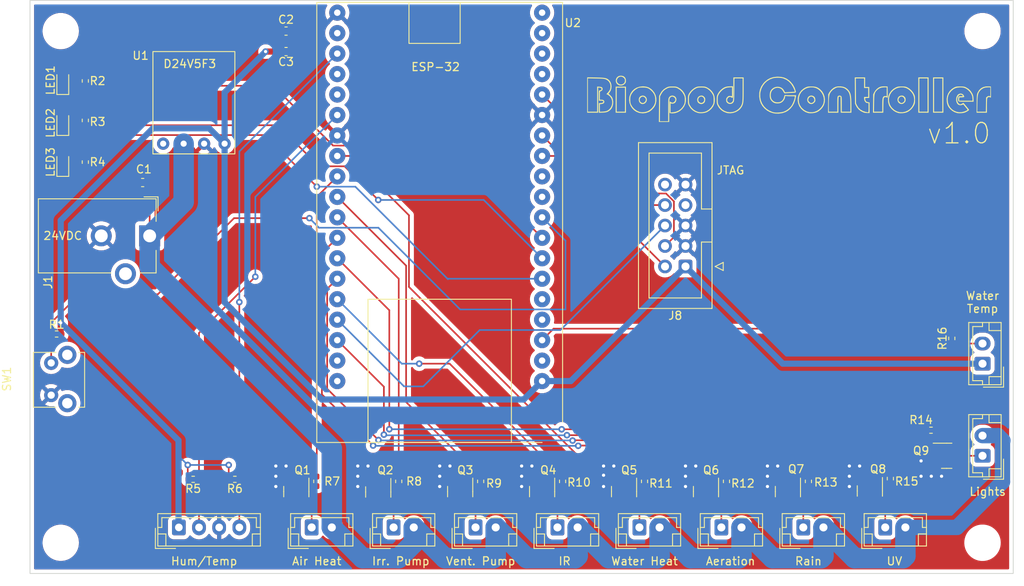
<source format=kicad_pcb>
(kicad_pcb (version 20211014) (generator pcbnew)
  (layers (0 "F.Cu" signal) (31 "B.Cu" signal) (34 "B.Paste" user) (35 "F.Paste" user) (36 "B.SilkS" user "B.Silkscreen") (37 "F.SilkS" user "F.Silkscreen") (38 "B.Mask" user) (39 "F.Mask" user) (44 "Edge.Cuts" user))
  (net 0 "")
  (net 1 "RainCtl")
  (net 2 "GND")
  (net 3 "Net-(J5-Pad1)")
  (net 4 "WaterHeatCtl")
  (net 5 "Net-(J6-Pad1)")
  (net 6 "VentilationCtl")
  (net 7 "Net-(J7-Pad1)")
  (net 8 "AerationCtl")
  (net 9 "Net-(J3-Pad1)")
  (net 10 "IRCtl")
  (net 11 "Net-(J9-Pad1)")
  (net 12 "AirHeatCtl")
  (net 13 "Net-(J10-Pad1)")
  (net 14 "IrrigationCtl")
  (net 15 "Net-(J11-Pad1)")
  (net 16 "LightCtl")
  (net 17 "Net-(J4-Pad1)")
  (net 18 "Net-(J13-Pad1)")
  (net 19 "UVCtl")
  (net 20 "+3V3")
  (net 21 "WaterTemp")
  (net 22 "+24V")
  (net 23 "TMS")
  (net 24 "TCK")
  (net 25 "TDO")
  (net 26 "Net-(LED1-Pad2)")
  (net 27 "TDI")
  (net 28 "Net-(LED2-Pad2)")
  (net 30 "Net-(LED3-Pad2)")
  (net 35 "ButtonInput")
  (net 43 "SCL")
  (net 46 "SDA")
  (net 50 "LED1Ctl")
  (net 51 "LED2Ctl")
  (net 52 "LED3Ctl")
  (net 53 "Net-(Q1-Pad1)")
  (net 54 "Net-(Q2-Pad1)")
  (net 55 "Net-(Q3-Pad1)")
  (net 56 "Net-(Q4-Pad1)")
  (net 57 "Net-(Q5-Pad1)")
  (net 58 "Net-(Q6-Pad1)")
  (net 59 "Net-(Q7-Pad1)")
  (net 60 "Net-(Q8-Pad1)")
  (net 61 "Net-(Q9-Pad1)")
  (footprint "Resistor_SMD:R_0402_1005Metric_Pad0.72x0.64mm_HandSolder" (layer "F.Cu") (at 127 127 90)
    (fp_text reference "R8")
    (fp_text value "R")
  )
  (footprint "Capacitor_SMD:C_0603_1608Metric_Pad1.08x0.95mm_HandSolder" (layer "F.Cu") (at 113.03 73.66)
    (fp_text reference "C3")
    (fp_text value "22uF")
  )
  (footprint "Resistor_SMD:R_0402_1005Metric_Pad0.72x0.64mm_HandSolder" (layer "F.Cu") (at 167.64 127 90)
    (fp_text reference "R12")
    (fp_text value "R")
  )
  (footprint "Package_TO_SOT_SMD:SOT-23" (layer "F.Cu") (at 175.26 128.27 -90)
    (fp_text reference "Q7")
    (fp_text value "DMG3402L")
  )
  (footprint "MountingHole:MountingHole_3.5mm" (layer "F.Cu") (at 199.39 71.12)
    (fp_text reference "H3" hide)
    (fp_text value "MountingHole")
  )
  (footprint "Capacitor_SMD:C_0603_1608Metric_Pad1.08x0.95mm_HandSolder" (layer "F.Cu") (at 113.03 71.12)
    (fp_text reference "C2")
    (fp_text value ".1uF")
  )
  (footprint "Connector_JST:JST_EH_B2B-EH-A_1x02_P2.50mm_Vertical" (layer "F.Cu") (at 199.39 112.395 90)
    (fp_text reference "J12" hide)
    (fp_text value "Conn_01x02_Male")
  )
  (footprint "Package_TO_SOT_SMD:SOT-23" (layer "F.Cu") (at 165.1 128.27 -90)
    (fp_text reference "Q6")
    (fp_text value "DMG3402L")
  )
  (footprint "Resistor_SMD:R_0402_1005Metric_Pad0.72x0.64mm_HandSolder" (layer "F.Cu") (at 177.8 127 90)
    (fp_text reference "R13")
    (fp_text value "R")
  )
  (footprint "Resistor_SMD:R_0402_1005Metric_Pad0.72x0.64mm_HandSolder" (layer "F.Cu") (at 157.48 127 90)
    (fp_text reference "R11")
    (fp_text value "R")
  )
  (footprint "Resistor_SMD:R_0402_1005Metric_Pad0.72x0.64mm_HandSolder" (layer "F.Cu") (at 106.68 126.746 180)
    (fp_text reference "R6")
    (fp_text value "R")
  )
  (footprint "MountingHole:MountingHole_3.5mm" (layer "F.Cu") (at 85.09 134.62)
    (fp_text reference "H2" hide)
    (fp_text value "MountingHole")
  )
  (footprint "LED_SMD:LED_0603_1608Metric_Pad1.05x0.95mm_HandSolder" (layer "F.Cu") (at 85.344 82.409 90)
    (fp_text reference "LED2")
    (fp_text value "LED")
  )
  (footprint "Resistor_SMD:R_0402_1005Metric_Pad0.72x0.64mm_HandSolder" (layer "F.Cu") (at 193.0025 120.65 180)
    (fp_text reference "R14")
    (fp_text value "R")
  )
  (footprint "Resistor_SMD:R_0402_1005Metric_Pad0.72x0.64mm_HandSolder" (layer "F.Cu") (at 147.32 127 90)
    (fp_text reference "R10")
    (fp_text value "R")
  )
  (footprint "LOGO" (layer "F.Cu") (at 175.387 79.502)
    (fp_text reference "G***" hide)
    (fp_text value "LOGO" hide)
  )
  (footprint "Resistor_SMD:R_0402_1005Metric_Pad0.72x0.64mm_HandSolder" (layer "F.Cu") (at 88.138 77.3055 -90)
    (fp_text reference "R2")
    (fp_text value "R")
  )
  (footprint "Connector_JST:JST_EH_B2B-EH-A_1x02_P2.50mm_Vertical" (layer "F.Cu") (at 177.165 132.715)
    (fp_text reference "J10" hide)
    (fp_text value "Conn_01x02_Male")
  )
  (footprint "Connector_JST:JST_EH_B2B-EH-A_1x02_P2.50mm_Vertical" (layer "F.Cu") (at 167.005 132.715)
    (fp_text reference "J9" hide)
    (fp_text value "Conn_01x02_Male")
  )
  (footprint "Package_TO_SOT_SMD:SOT-23" (layer "F.Cu") (at 194.945 123.825)
    (fp_text reference "Q9")
    (fp_text value "DMG3402L")
  )
  (footprint "Connector_JST:JST_EH_B2B-EH-A_1x02_P2.50mm_Vertical" (layer "F.Cu") (at 187.325 132.715)
    (fp_text reference "J11" hide)
    (fp_text value "Conn_01x02_Male")
  )
  (footprint "Package_TO_SOT_SMD:SOT-23" (layer "F.Cu") (at 114.3 128.27 -90)
    (fp_text reference "Q1")
    (fp_text value "DMG3402L")
  )
  (footprint "Connector_IDC:IDC-Header_2x05_P2.54mm_Vertical" (layer "F.Cu") (at 162.56 100.33 180)
    (fp_text reference "J8")
    (fp_text value "Conn_02x05_Odd_Even")
  )
  (footprint "Connector_BarrelJack:BarrelJack_CUI_PJ-102AH_Horizontal" (layer "F.Cu") (at 96.116 96.532 -90)
    (fp_text reference "J1")
    (fp_text value "Barrel_Jack")
  )
  (footprint "Connector_JST:JST_EH_B2B-EH-A_1x02_P2.50mm_Vertical" (layer "F.Cu") (at 126.365 132.715)
    (fp_text reference "J4" hide)
    (fp_text value "Conn_01x02_Male")
  )
  (footprint "LED_SMD:LED_0603_1608Metric_Pad1.05x0.95mm_HandSolder" (layer "F.Cu") (at 85.344 87.489 90)
    (fp_text reference "LED3")
    (fp_text value "LED")
  )
  (footprint "Resistor_SMD:R_0402_1005Metric_Pad0.72x0.64mm_HandSolder" (layer "F.Cu") (at 88.138 87.376 -90)
    (fp_text reference "R4")
    (fp_text value "R")
  )
  (footprint "Resistor_SMD:R_0402_1005Metric_Pad0.72x0.64mm_HandSolder" (layer "F.Cu") (at 195.58 109.2575 90)
    (fp_text reference "R16")
    (fp_text value "R")
  )
  (footprint "MountingHole:MountingHole_3.5mm" (layer "F.Cu") (at 85.09 71.12)
    (fp_text reference "H1" hide)
    (fp_text value "MountingHole")
  )
  (footprint "Package_TO_SOT_SMD:SOT-23" (layer "F.Cu") (at 144.78 128.27 -90)
    (fp_text reference "Q4")
    (fp_text value "DMG3402L")
  )
  (footprint "Package_TO_SOT_SMD:SOT-23" (layer "F.Cu") (at 134.62 128.27 -90)
    (fp_text reference "Q3")
    (fp_text value "DMG3402L")
  )
  (footprint "Connector_JST:JST_EH_B4B-EH-A_1x04_P2.50mm_Vertical" (layer "F.Cu") (at 99.735 132.715)
    (fp_text reference "J2" hide)
    (fp_text value "Conn_01x04_Male")
  )
  (footprint "Package_TO_SOT_SMD:SOT-23" (layer "F.Cu") (at 185.42 128.1915 -90)
    (fp_text reference "Q8")
    (fp_text value "DMG3402L")
  )
  (footprint "LED_SMD:LED_0603_1608Metric_Pad1.05x0.95mm_HandSolder" (layer "F.Cu") (at 85.344 77.329 90)
    (fp_text reference "LED1")
    (fp_text value "LED")
  )
  (footprint "Resistor_SMD:R_0402_1005Metric_Pad0.72x0.64mm_HandSolder" (layer "F.Cu") (at 187.96 126.6565 90)
    (fp_text reference "R15")
    (fp_text value "R")
  )
  (footprint "Resistor_SMD:R_0402_1005Metric_Pad0.72x0.64mm_HandSolder" (layer "F.Cu") (at 137.16 127 90)
    (fp_text reference "R9")
    (fp_text value "R")
  )
  (footprint "Resistor_SMD:R_0402_1005Metric_Pad0.72x0.64mm_HandSolder" (layer "F.Cu") (at 116.84 127 90)
    (fp_text reference "R7")
    (fp_text value "R")
  )
  (footprint "GYFootprints:D24V5F3" (layer "F.Cu") (at 100.33 77.47)
    (fp_text reference "U1")
    (fp_text value "D24V5F3")
  )
  (footprint "Connector_JST:JST_EH_B2B-EH-A_1x02_P2.50mm_Vertical" (layer "F.Cu") (at 136.525 132.715)
    (fp_text reference "J5" hide)
    (fp_text value "Conn_01x02_Male")
  )
  (footprint "Resistor_SMD:R_0402_1005Metric_Pad0.72x0.64mm_HandSolder" (layer "F.Cu") (at 101.5105 126.746 180)
    (fp_text reference "R5")
    (fp_text value "R")
  )
  (footprint "Connector_JST:JST_EH_B2B-EH-A_1x02_P2.50mm_Vertical" (layer "F.Cu") (at 146.685 132.715)
    (fp_text reference "J6" hide)
    (fp_text value "Conn_01x02_Male")
  )
  (footprint "Connector_JST:JST_EH_B2B-EH-A_1x02_P2.50mm_Vertical" (layer "F.Cu") (at 199.39 123.825 90)
    (fp_text reference "J13" hide)
    (fp_text value "Conn_01x02_Male")
  )
  (footprint "Resistor_SMD:R_0402_1005Metric_Pad0.72x0.64mm_HandSolder" (layer "F.Cu") (at 84.582 108.712)
    (fp_text reference "R1")
    (fp_text value "R")
  )
  (footprint "Connector_JST:JST_EH_B2B-EH-A_1x02_P2.50mm_Vertical" (layer "F.Cu") (at 116.205 132.715)
    (fp_text reference "J3" hide)
    (fp_text value "Conn_01x02_Male")
  )
  (footprint "MountingHole:MountingHole_3.5mm" (layer "F.Cu") (at 199.39 134.62)
    (fp_text reference "H4" hide)
    (fp_text value "MountingHole")
  )
  (footprint "Connector_JST:JST_EH_B2B-EH-A_1x02_P2.50mm_Vertical" (layer "F.Cu") (at 156.845 132.715)
    (fp_text reference "J7" hide)
    (fp_text value "Conn_01x02_Male")
  )
  (footprint "GYFootprints:DIP-38_1000" (layer "F.Cu") (at 132.08 94.234 90)
    (fp_text reference "U2")
    (fp_text value "ESP32-38Pin")
  )
  (footprint "Package_TO_SOT_SMD:SOT-23" (layer "F.Cu") (at 154.94 128.27 -90)
    (fp_text reference "Q5")
    (fp_text value "DMG3402L")
  )
  (footprint "GYFootprints:BiopodPushbutton" (layer "F.Cu") (at 78.907 114.3 90)
    (fp_text reference "SW1")
    (fp_text value "SW_Push")
  )
  (footprint "Package_TO_SOT_SMD:SOT-23" (layer "F.Cu") (at 124.46 128.316 -90)
    (fp_text reference "Q2")
    (fp_text value "DMG3402L")
  )
  (footprint "Capacitor_SMD:C_0603_1608Metric_Pad1.08x0.95mm_HandSolder" (layer "F.Cu") (at 95.25 89.916 180)
    (fp_text reference "C1")
    (fp_text value "22uF")
  )
  (footprint "Resistor_SMD:R_0402_1005Metric_Pad0.72x0.64mm_HandSolder" (layer "F.Cu") (at 88.138 82.2065 -90)
    (fp_text reference "R3")
    (fp_text value "R")
  )
  (gr_rect (start 81.28 67.31) (end 203.2 138.43) (layer "Edge.Cuts") (width 0.1) (fill none))
  (gr_text "UV" (at 188.468 136.906) (layer "F.SilkS") (effects (font (size 1 1))))
  (gr_text "Vent. Pump" (at 137.16 136.906) (layer "F.SilkS") (effects (font (size 1 1))))
  (gr_text "Hum/Temp" (at 102.87 136.906) (layer "F.SilkS") (effects (font (size 1 1))))
  (gr_text "Rain" (at 177.8 136.906) (layer "F.SilkS") (effects (font (size 1 1))))
  (gr_text "Lights" (at 200.025 128.27) (layer "F.SilkS") (effects (font (size 1 1))))
  (gr_text "Water\nTemp" (at 199.39 104.775) (layer "F.SilkS") (effects (font (size 1 1))))
  (gr_text "24VDC" (at 85.344 96.52) (layer "F.SilkS") (effects (font (size 1 1))))
  (gr_text "IR" (at 147.574 136.906) (layer "F.SilkS") (effects (font (size 1 1))))
  (gr_text "Aeration" (at 168.148 136.906) (layer "F.SilkS") (effects (font (size 1 1))))
  (gr_text "Water Heat" (at 157.48 136.906) (layer "F.SilkS") (effects (font (size 1 1))))
  (gr_text "ESP-32" (at 131.572 75.565) (layer "F.SilkS") (effects (font (size 1 1))))
  (gr_text "D24V5F3" (at 101.092 75.184) (layer "F.SilkS") (effects (font (size 1 1))))
  (gr_text "Air Heat" (at 116.84 136.906) (layer "F.SilkS") (effects (font (size 1 1))))
  (gr_text "JTAG" (at 168.148 88.392) (layer "F.SilkS") (effects (font (size 1 1))))
  (gr_text "v1.0" (at 196.469 83.82) (layer "F.SilkS") (effects (font (size 2.54 2.54))))
  (gr_text "Irr. Pump" (at 127.254 136.906) (layer "F.SilkS") (effects (font (size 1 1))))
  (segment (start 177.8 126.4025) (end 173.299 121.9015) (width 0.2032) (layer "F.Cu") (net 1))
  (segment (start 119.38 101.854) (end 118.126 103.108) (width 0.2032) (layer "F.Cu") (net 1))
  (segment (start 173.299 121.9015) (end 148.59231 121.9015) (width 0.2032) (layer "F.Cu") (net 1))
  (segment (start 148.59231 121.9015) (end 148.559544 121.934266) (width 0.2032) (layer "F.Cu") (net 1))
  (segment (start 118.126 115.509944) (end 124.488365 121.872309) (width 0.2032) (layer "F.Cu") (net 1))
  (segment (start 118.126 103.108) (end 118.126 115.509944) (width 0.2032) (layer "F.Cu") (net 1))
  (via (at 124.488365 121.872309) (size 0.8) (drill 0.4) (layers "F.Cu" "B.Cu") (net 1))
  (via (at 148.559544 121.934266) (size 0.8) (drill 0.4) (layers "F.Cu" "B.Cu") (net 1))
  (segment (start 148.545278 121.92) (end 148.559544 121.934266) (width 0.2032) (layer "B.Cu") (net 1))
  (segment (start 124.488365 121.872309) (end 124.536056 121.92) (width 0.2032) (layer "B.Cu") (net 1))
  (segment (start 124.536056 121.92) (end 148.545278 121.92) (width 0.2032) (layer "B.Cu") (net 1))
  (segment (start 85.344 78.204) (end 84.615 78.933) (width 0.2032) (layer "F.Cu") (net 2))
  (segment (start 98.8238 89.1362) (end 95.1673 89.1362) (width 0.2032) (layer "F.Cu") (net 2))
  (segment (start 117.094 71.12) (end 119.38 68.834) (width 0.2032) (layer "F.Cu") (net 2))
  (segment (start 195.006 109.234) (end 195.006 123.392658) (width 0.2032) (layer "F.Cu") (net 2))
  (segment (start 84.615 78.933) (end 84.615 82.555) (width 0.2032) (layer "F.Cu") (net 2))
  (segment (start 194.0075 124.391158) (end 194.0075 124.775) (width 0.2032) (layer "F.Cu") (net 2))
  (segment (start 195.006 123.392658) (end 194.0075 124.391158) (width 0.2032) (layer "F.Cu") (net 2))
  (segment (start 102.87 85.09) (end 98.8238 89.1362) (width 0.2032) (layer "F.Cu") (net 2))
  (segment (start 84.615 87.635) (end 85.344 88.364) (width 0.2032) (layer "F.Cu") (net 2))
  (segment (start 113.8925 71.12) (end 117.094 71.12) (width 0.2032) (layer "F.Cu") (net 2))
  (segment (start 84.615 82.555) (end 85.344 83.284) (width 0.2032) (layer "F.Cu") (net 2))
  (segment (start 84.615 84.013) (end 84.615 87.635) (width 0.2032) (layer "F.Cu") (net 2))
  (segment (start 85.344 83.284) (end 84.615 84.013) (width 0.2032) (layer "F.Cu") (net 2))
  (segment (start 86.896 89.916) (end 94.3875 89.916) (width 0.2032) (layer "F.Cu") (net 2))
  (segment (start 113.8925 73.66) (end 113.8925 78.5865) (width 0.2032) (layer "F.Cu") (net 2))
  (segment (start 95.1673 89.1362) (end 94.3875 89.916) (width 0.2032) (layer "F.Cu") (net 2))
  (segment (start 85.344 88.364) (end 86.896 89.916) (width 0.2032) (layer "F.Cu") (net 2))
  (segment (start 195.58 108.66) (end 195.006 109.234) (width 0.2032) (layer "F.Cu") (net 2))
  (segment (start 113.8925 78.5865) (end 119.38 84.074) (width 0.2032) (layer "F.Cu") (net 2))
  (via (at 193.04 126.365) (size 0.8) (drill 0.4) (layers "F.Cu" "B.Cu") (net 2))
  (via (at 172.72 127.635) (size 0.8) (drill 0.4) (layers "F.Cu" "B.Cu") (net 2))
  (via (at 162.56 127.635) (size 0.8) (drill 0.4) (layers "F.Cu" "B.Cu") (net 2))
  (via (at 123.19 125.095) (size 0.8) (drill 0.4) (layers "F.Cu" "B.Cu") (net 2))
  (via (at 182.88 125.095) (size 0.8) (drill 0.4) (layers "F.Cu" "B.Cu") (net 2))
  (via (at 191.77 126.365) (size 0.8) (drill 0.4) (layers "F.Cu" "B.Cu") (net 2))
  (via (at 111.76 125.095) (size 0.8) (drill 0.4) (layers "F.Cu" "B.Cu") (net 2))
  (via (at 152.4 125.095) (size 0.8) (drill 0.4) (layers "F.Cu" "B.Cu") (net 2))
  (via (at 163.83 125.095) (size 0.8) (drill 0.4) (layers "F.Cu" "B.Cu") (net 2))
  (via (at 132.08 126.365) (size 0.8) (drill 0.4) (layers "F.Cu" "B.Cu") (net 2))
  (via (at 142.24 125.095) (size 0.8) (drill 0.4) (layers "F.Cu" "B.Cu") (net 2))
  (via (at 121.92 126.365) (size 0.8) (drill 0.4) (layers "F.Cu" "B.Cu") (net 2))
  (via (at 113.03 125.095) (size 0.8) (drill 0.4) (layers "F.Cu" "B.Cu") (net 2))
  (via (at 172.72 125.095) (size 0.8) (drill 0.4) (layers "F.Cu" "B.Cu") (net 2))
  (via (at 184.15 125.095) (size 0.8) (drill 0.4) (layers "F.Cu" "B.Cu") (net 2))
  (via (at 132.08 125.095) (size 0.8) (drill 0.4) (layers "F.Cu" "B.Cu") (net 2))
  (via (at 121.92 127.635) (size 0.8) (drill 0.4) (layers "F.Cu" "B.Cu") (net 2))
  (via (at 182.88 127.635) (size 0.8) (drill 0.4) (layers "F.Cu" "B.Cu") (net 2))
  (via (at 143.51 125.095) (size 0.8) (drill 0.4) (layers "F.Cu" "B.Cu") (net 2))
  (via (at 152.4 127.635) (size 0.8) (drill 0.4) (layers "F.Cu" "B.Cu") (net 2))
  (via (at 111.76 126.365) (size 0.8) (drill 0.4) (layers "F.Cu" "B.Cu") (net 2))
  (via (at 153.67 125.095) (size 0.8) (drill 0.4) (layers "F.Cu" "B.Cu") (net 2))
  (via (at 162.56 126.365) (size 0.8) (drill 0.4) (layers "F.Cu" "B.Cu") (net 2))
  (via (at 172.72 126.365) (size 0.8) (drill 0.4) (layers "F.Cu" "B.Cu") (net 2))
  (via (at 173.99 125.095) (size 0.8) (drill 0.4) (layers "F.Cu" "B.Cu") (net 2))
  (via (at 194.31 126.365) (size 0.8) (drill 0.4) (layers "F.Cu" "B.Cu") (net 2))
  (via (at 133.35 125.095) (size 0.8) (drill 0.4) (layers "F.Cu" "B.Cu") (net 2))
  (via (at 182.88 126.365) (size 0.8) (drill 0.4) (layers "F.Cu" "B.Cu") (net 2))
  (via (at 132.08 127.635) (size 0.8) (drill 0.4) (layers "F.Cu" "B.Cu") (net 2))
  (via (at 162.56 125.095) (size 0.8) (drill 0.4) (layers "F.Cu" "B.Cu") (net 2))
  (via (at 191.77 124.46) (size 0.8) (drill 0.4) (layers "F.Cu" "B.Cu") (net 2))
  (via (at 152.4 126.238) (size 0.8) (drill 0.4) (layers "F.Cu" "B.Cu") (net 2))
  (via (at 142.24 127.635) (size 0.8) (drill 0.4) (layers "F.Cu" "B.Cu") (net 2))
  (via (at 121.92 125.095) (size 0.8) (drill 0.4) (layers "F.Cu" "B.Cu") (net 2))
  (via (at 111.76 127.635) (size 0.8) (drill 0.4) (layers "F.Cu" "B.Cu") (net 2))
  (via (at 142.24 126.365) (size 0.8) (drill 0.4) (layers "F.Cu" "B.Cu") (net 2))
  (segment (start 136.525 131.1125) (end 136.525 132.715) (width 0.2032) (layer "F.Cu") (net 3))
  (segment (start 134.62 129.2075) (end 136.525 131.1125) (width 0.2032) (layer "F.Cu") (net 3))
  (segment (start 157.48 124.714) (end 156.718 123.952) (width 0.2032) (layer "F.Cu") (net 4))
  (segment (start 128.27 102.87) (end 128.27 93.98) (width 0.2032) (layer "F.Cu") (net 4))
  (segment (start 128.27 93.98) (end 120.904 86.614) (width 0.2032) (layer "F.Cu") (net 4))
  (segment (start 157.48 126.4025) (end 157.48 124.714) (width 0.2032) (layer "F.Cu") (net 4))
  (segment (start 156.718 123.952) (end 149.352 123.952) (width 0.2032) (layer "F.Cu") (net 4))
  (segment (start 120.904 86.614) (end 119.38 86.614) (width 0.2032) (layer "F.Cu") (net 4))
  (segment (start 128.27 102.87) (end 149.352 123.952) (width 0.2032) (layer "F.Cu") (net 4))
  (segment (start 144.78 129.2075) (end 146.685 131.1125) (width 0.2032) (layer "F.Cu") (net 5))
  (segment (start 146.685 131.1125) (end 146.685 132.715) (width 0.2032) (layer "F.Cu") (net 5))
  (segment (start 127.914899 117.157399) (end 127.914899 100.228899) (width 0.2032) (layer "F.Cu") (net 6))
  (segment (start 137.16 126.4025) (end 127.914899 117.157399) (width 0.2032) (layer "F.Cu") (net 6))
  (segment (start 127.914899 100.228899) (end 119.38 91.694) (width 0.2032) (layer "F.Cu") (net 6))
  (segment (start 154.94 129.2075) (end 156.845 131.1125) (width 0.2032) (layer "F.Cu") (net 7))
  (segment (start 156.845 131.1125) (end 156.845 132.715) (width 0.2032) (layer "F.Cu") (net 7))
  (segment (start 163.7925 122.555) (end 149.284205 122.555) (width 0.2032) (layer "F.Cu") (net 8))
  (segment (start 117.475 116.205) (end 117.475 98.679) (width 0.2032) (layer "F.Cu") (net 8))
  (segment (start 117.475 98.679) (end 119.38 96.774) (width 0.2032) (layer "F.Cu") (net 8))
  (segment (start 149.284205 122.555) (end 149.255436 122.583769) (width 0.2032) (layer "F.Cu") (net 8))
  (segment (start 167.64 126.4025) (end 163.7925 122.555) (width 0.2032) (layer "F.Cu") (net 8))
  (segment (start 123.825 122.555) (end 117.475 116.205) (width 0.2032) (layer "F.Cu") (net 8))
  (via (at 149.255436 122.583769) (size 0.8) (drill 0.4) (layers "F.Cu" "B.Cu") (net 8))
  (via (at 123.825 122.555) (size 0.8) (drill 0.4) (layers "F.Cu" "B.Cu") (net 8))
  (segment (start 123.825 122.555) (end 123.857766 122.587766) (width 0.2032) (layer "B.Cu") (net 8))
  (segment (start 149.251439 122.587766) (end 149.255436 122.583769) (width 0.2032) (layer "B.Cu") (net 8))
  (segment (start 123.857766 122.587766) (end 149.251439 122.587766) (width 0.2032) (layer "B.Cu") (net 8))
  (segment (start 116.205 131.1125) (end 116.205 132.715) (width 0.2032) (layer "F.Cu") (net 9))
  (segment (start 114.3 129.2075) (end 116.205 131.1125) (width 0.2032) (layer "F.Cu") (net 9))
  (segment (start 133.3125 112.395) (end 129.54 112.395) (width 0.2032) (layer "F.Cu") (net 10))
  (segment (start 147.32 126.4025) (end 133.3125 112.395) (width 0.2032) (layer "F.Cu") (net 10))
  (via (at 129.54 112.395) (size 0.8) (drill 0.4) (layers "F.Cu" "B.Cu") (net 10))
  (segment (start 127.381 112.395) (end 119.38 104.394) (width 0.2032) (layer "B.Cu") (net 10))
  (segment (start 129.54 112.395) (end 127.381 112.395) (width 0.2032) (layer "B.Cu") (net 10))
  (segment (start 165.1 129.2075) (end 167.005 131.1125) (width 0.2032) (layer "F.Cu") (net 11))
  (segment (start 167.005 131.1125) (end 167.005 132.715) (width 0.2032) (layer "F.Cu") (net 11))
  (segment (start 116.84 91.694) (end 119.38 89.154) (width 0.2032) (layer "F.Cu") (net 12))
  (segment (start 116.84 126.4025) (end 116.84 91.694) (width 0.2032) (layer "F.Cu") (net 12))
  (segment (start 175.26 129.2075) (end 177.165 131.1125) (width 0.2032) (layer "F.Cu") (net 13))
  (segment (start 177.165 131.1125) (end 177.165 132.715) (width 0.2032) (layer "F.Cu") (net 13))
  (segment (start 127 101.854) (end 119.38 94.234) (width 0.2032) (layer "F.Cu") (net 14))
  (segment (start 127 126.4025) (end 127 101.854) (width 0.2032) (layer "F.Cu") (net 14))
  (segment (start 187.325 131.034) (end 187.325 132.715) (width 0.2032) (layer "F.Cu") (net 15))
  (segment (start 185.42 129.129) (end 187.325 131.034) (width 0.2032) (layer "F.Cu") (net 15))
  (segment (start 192.405 120.65) (end 192.290709 120.535709) (width 0.2032) (layer "F.Cu") (net 16))
  (segment (start 125.834552 105.768552) (end 125.834552 120.526109) (width 0.2032) (layer "F.Cu") (net 16))
  (segment (start 119.38 99.314) (end 125.834552 105.768552) (width 0.2032) (layer "F.Cu") (net 16))
  (segment (start 192.290709 120.535709) (end 147.205709 120.535709) (width 0.2032) (layer "F.Cu") (net 16))
  (via (at 147.205709 120.535709) (size 0.8) (drill 0.4) (layers "F.Cu" "B.Cu") (net 16))
  (via (at 125.834552 120.526109) (size 0.8) (drill 0.4) (layers "F.Cu" "B.Cu") (net 16))
  (segment (start 147.205709 120.535709) (end 125.834552 120.526109) (width 0.2032) (layer "B.Cu") (net 16))
  (segment (start 126.365 131.1585) (end 126.365 132.715) (width 0.2032) (layer "F.Cu") (net 17))
  (segment (start 124.46 129.2535) (end 126.365 131.1585) (width 0.2032) (layer "F.Cu") (net 17))
  (segment (start 195.8825 123.825) (end 199.39 123.825) (width 0.2032) (layer "F.Cu") (net 18))
  (segment (start 119.38 109.474) (end 125.161455 115.255455) (width 0.2032) (layer "F.Cu") (net 19))
  (segment (start 187.96 126.059) (end 183.1675 121.2665) (width 0.2032) (layer "F.Cu") (net 19))
  (segment (start 125.161455 115.255455) (end 125.161455 121.199206) (width 0.2032) (layer "F.Cu") (net 19))
  (segment (start 183.1675 121.2665) (end 147.858396 121.2665) (width 0.2032) (layer "F.Cu") (net 19))
  (via (at 147.858396 121.2665) (size 0.8) (drill 0.4) (layers "F.Cu" "B.Cu") (net 19))
  (via (at 125.161455 121.199206) (size 0.8) (drill 0.4) (layers "F.Cu" "B.Cu") (net 19))
  (segment (start 125.247249 121.285) (end 147.839896 121.285) (width 0.2032) (layer "B.Cu") (net 19))
  (segment (start 147.839896 121.285) (end 147.858396 121.2665) (width 0.2032) (layer "B.Cu") (net 19))
  (segment (start 125.161455 121.199206) (end 125.247249 121.285) (width 0.2032) (layer "B.Cu") (net 19))
  (segment (start 85.09 108.6225) (end 85.1795 108.712) (width 0.762) (layer "F.Cu") (net 20))
  (segment (start 112.1675 73.66) (end 112.1675 71.12) (width 0.762) (layer "F.Cu") (net 20))
  (segment (start 110.49 73.66) (end 112.1675 73.66) (width 0.762) (layer "F.Cu") (net 20))
  (segment (start 85.09 107.315) (end 85.09 108.6225) (width 0.762) (layer "F.Cu") (net 20))
  (segment (start 105.918 126.5815) (end 106.0825 126.746) (width 0.2032) (layer "F.Cu") (net 20))
  (segment (start 105.918 124.968) (end 105.918 126.5815) (width 0.2032) (layer "F.Cu") (net 20))
  (segment (start 100.838 124.968) (end 100.838 126.671) (width 0.2032) (layer "F.Cu") (net 20))
  (segment (start 100.838 126.671) (end 100.913 126.746) (width 0.2032) (layer "F.Cu") (net 20))
  (via (at 105.918 124.968) (size 0.8) (drill 0.4) (layers "F.Cu" "B.Cu") (net 20))
  (via (at 100.838 124.968) (size 0.8) (drill 0.4) (layers "F.Cu" "B.Cu") (net 20))
  (via (at 110.49 73.66) (size 0.8) (drill 0.4) (layers "F.Cu" "B.Cu") (net 20))
  (via (at 85.09 107.315) (size 0.8) (drill 0.4) (layers "F.Cu" "B.Cu") (net 20))
  (segment (start 174.625 112.395) (end 199.39 112.395) (width 0.762) (layer "B.Cu") (net 20))
  (segment (start 99.695 123.825) (end 99.695 132.675) (width 0.762) (layer "B.Cu") (net 20))
  (segment (start 162.56 100.33) (end 148.336 114.554) (width 0.762) (layer "B.Cu") (net 20))
  (segment (start 144.78 114.554) (end 142.494 116.84) (width 0.762) (layer "B.Cu") (net 20))
  (segment (start 105.41 85.09) (end 103.505 83.185) (width 0.762) (layer "B.Cu") (net 20))
  (segment (start 105.41 85.09) (end 105.41 104.775) (width 0.762) (layer "B.Cu") (net 20))
  (segment (start 100.838 124.968) (end 99.695 123.825) (width 0.2032) (layer "B.Cu") (net 20))
  (segment (start 96.52 83.185) (end 85.09 94.615) (width 0.762) (layer "B.Cu") (net 20))
  (segment (start 99.695 121.92) (end 99.695 123.825) (width 0.762) (layer "B.Cu") (net 20))
  (segment (start 105.41 104.775) (end 117.475 116.84) (width 0.762) (layer "B.Cu") (net 20))
  (segment (start 148.336 114.554) (end 144.78 114.554) (width 0.762) (layer "B.Cu") (net 20))
  (segment (start 99.695 132.675) (end 99.735 132.715) (width 0.762) (layer "B.Cu") (net 20))
  (segment (start 100.838 124.968) (end 105.918 124.968) (width 0.2032) (layer "B.Cu") (net 20))
  (segment (start 85.09 107.315) (end 99.695 121.92) (width 0.762) (layer "B.Cu") (net 20))
  (segment (start 105.41 78.74) (end 110.49 73.66) (width 0.762) (layer "B.Cu") (net 20))
  (segment (start 142.494 116.84) (end 117.475 116.84) (width 0.762) (layer "B.Cu") (net 20))
  (segment (start 105.41 85.09) (end 105.41 78.74) (width 0.762) (layer "B.Cu") (net 20))
  (segment (start 103.505 83.185) (end 96.52 83.185) (width 0.762) (layer "B.Cu") (net 20))
  (segment (start 162.56 100.33) (end 174.625 112.395) (width 0.762) (layer "B.Cu") (net 20))
  (segment (start 85.09 94.615) (end 85.09 107.315) (width 0.762) (layer "B.Cu") (net 20))
  (segment (start 146.2055 108.0485) (end 144.78 109.474) (width 0.2032) (layer "F.Cu") (net 21))
  (segment (start 196.154 109.281) (end 196.154 108.291016) (width 0.2032) (layer "F.Cu") (net 21))
  (segment (start 195.911484 108.0485) (end 146.2055 108.0485) (width 0.2032) (layer "F.Cu") (net 21))
  (segment (start 195.58 109.855) (end 195.62 109.895) (width 0.2032) (layer "F.Cu") (net 21))
  (segment (start 195.62 109.895) (end 199.39 109.895) (width 0.2032) (layer "F.Cu") (net 21))
  (segment (start 196.154 108.291016) (end 195.911484 108.0485) (width 0.2032) (layer "F.Cu") (net 21))
  (segment (start 195.58 109.855) (end 196.154 109.281) (width 0.2032) (layer "F.Cu") (net 21))
  (segment (start 96.116 89.9195) (end 96.1125 89.916) (width 0.2032) (layer "F.Cu") (net 22))
  (segment (start 96.116 96.532) (end 96.116 89.9195) (width 0.2032) (layer "F.Cu") (net 22))
  (segment (start 118.705 132.715) (end 122.515 136.525) (width 2.54) (layer "B.Cu") (net 22))
  (segment (start 196.215 132.715) (end 201.8632 127.0668) (width 1.905) (layer "B.Cu") (net 22))
  (segment (start 96.116 100.372) (end 118.705 122.961) (width 2.54) (layer "B.Cu") (net 22))
  (segment (start 128.865 134.66) (end 128.865 132.715) (width 2.54) (layer "B.Cu") (net 22))
  (segment (start 96.116 96.532) (end 100.33 92.318) (width 2.54) (layer "B.Cu") (net 22))
  (segment (start 189.825 132.715) (end 196.215 132.715) (width 1.905) (layer "B.Cu") (net 22))
  (segment (start 100.33 92.318) (end 100.33 85.09) (width 2.54) (layer "B.Cu") (net 22))
  (segment (start 138.755 136.525) (end 139.025 136.255) (width 2.54) (layer "B.Cu") (net 22))
  (segment (start 128.865 132.715) (end 128.905 132.715) (width 2.54) (layer "B.Cu") (net 22))
  (segment (start 183.515 136.525) (end 189.555 136.525) (width 2.54) (layer "B.Cu") (net 22))
  (segment (start 169.235 136.525) (end 169.505 136.255) (width 2.54) (layer "B.Cu") (net 22))
  (segment (start 149.225 132.715) (end 153.035 136.525) (width 2.54) (layer "B.Cu") (net 22))
  (segment (start 148.915 136.525) (end 149.185 136.255) (width 2.54) (layer "B.Cu") (net 22))
  (segment (start 153.035 136.525) (end 159.075 136.525) (width 2.54) (layer "B.Cu") (net 22))
  (segment (start 132.715 136.525) (end 138.755 136.525) (width 2.54) (layer "B.Cu") (net 22))
  (segment (start 139.025 132.715) (end 139.065 132.715) (width 2.54) (layer "B.Cu") (net 22))
  (segment (start 179.395 136.525) (end 179.665 136.255) (width 2.54) (layer "B.Cu") (net 22))
  (segment (start 139.025 136.255) (end 139.025 132.715) (width 2.54) (layer "B.Cu") (net 22))
  (segment (start 169.505 132.715) (end 169.545 132.715) (width 2.54) (layer "B.Cu") (net 22))
  (segment (start 169.545 132.715) (end 173.355 136.525) (width 2.54) (layer "B.Cu") (net 22))
  (segment (start 179.705 132.715) (end 183.515 136.525) (width 2.54) (layer "B.Cu") (net 22))
  (segment (start 173.355 136.525) (end 179.395 136.525) (width 2.54) (layer "B.Cu") (net 22))
  (segment (start 189.825 136.255) (end 189.825 132.715) (width 2.54) (layer "B.Cu") (net 22))
  (segment (start 118.705 122.961) (end 118.705 132.715) (width 2.54) (layer "B.Cu") (net 22))
  (segment (start 127 136.525) (end 128.865 134.66) (width 2.54) (layer "B.Cu") (net 22))
  (segment (start 159.345 136.255) (end 159.345 132.715) (width 2.54) (layer "B.Cu") (net 22))
  (segment (start 179.665 132.715) (end 179.705 132.715) (width 2.54) (layer "B.Cu") (net 22))
  (segment (start 128.905 132.715) (end 132.715 136.525) (width 2.54) (layer "B.Cu") (net 22))
  (segment (start 179.665 136.255) (end 179.665 132.715) (width 2.54) (layer "B.Cu") (net 22))
  (segment (start 149.185 132.715) (end 149.225 132.715) (width 2.54) (layer "B.Cu") (net 22))
  (segment (start 149.185 136.255) (end 149.185 132.715) (width 2.54) (layer "B.Cu") (net 22))
  (segment (start 159.345 132.715) (end 159.385 132.715) (width 2.54) (layer "B.Cu") (net 22))
  (segment (start 139.065 132.715) (end 142.875 136.525) (width 2.54) (layer "B.Cu") (net 22))
  (segment (start 159.385 132.715) (end 163.195 136.525) (width 2.54) (layer "B.Cu") (net 22))
  (segment (start 201.316 121.325) (end 199.39 121.325) (width 1.905) (layer "B.Cu") (net 22))
  (segment (start 201.8632 127.0668) (end 201.8632 121.9868) (width 1.905) (layer "B.Cu") (net 22))
  (segment (start 122.515 136.525) (end 127 136.525) (width 2.54) (layer "B.Cu") (net 22))
  (segment (start 163.195 136.525) (end 169.235 136.525) (width 2.54) (layer "B.Cu") (net 22))
  (segment (start 201.9205 121.9295) (end 201.316 121.325) (width 1.905) (layer "B.Cu") (net 22))
  (segment (start 169.505 136.255) (end 169.505 132.715) (width 2.54) (layer "B.Cu") (net 22))
  (segment (start 142.875 136.525) (end 148.915 136.525) (width 2.54) (layer "B.Cu") (net 22))
  (segment (start 189.555 136.525) (end 189.825 136.255) (width 2.54) (layer "B.Cu") (net 22))
  (segment (start 159.075 136.525) (end 159.345 136.255) (width 2.54) (layer "B.Cu") (net 22))
  (segment (start 96.116 96.532) (end 96.116 100.372) (width 2.54) (layer "B.Cu") (net 22))
  (segment (start 160.02 100.33) (end 146.304 86.614) (width 0.2032) (layer "F.Cu") (net 23))
  (segment (start 146.304 86.614) (end 144.78 86.614) (width 0.2032) (layer "F.Cu") (net 23))
  (segment (start 161.124 92.252708) (end 160.145292 91.274) (width 0.2032) (layer "F.Cu") (net 24))
  (segment (start 161.124 96.686) (end 161.124 92.252708) (width 0.2032) (layer "F.Cu") (net 24))
  (segment (start 160.02 97.79) (end 161.124 96.686) (width 0.2032) (layer "F.Cu") (net 24))
  (segment (start 157.06 91.274) (end 144.78 78.994) (width 0.2032) (layer "F.Cu") (net 24))
  (segment (start 160.145292 91.274) (end 157.06 91.274) (width 0.2032) (layer "F.Cu") (net 24))
  (segment (start 130.048 115.2144) (end 127.6604 115.2144) (width 0.2032) (layer "B.Cu") (net 25))
  (segment (start 147.05 108.22) (end 137.0424 108.22) (width 0.2032) (layer "B.Cu") (net 25))
  (segment (start 127.6604 115.2144) (end 119.38 106.934) (width 0.2032) (layer "B.Cu") (net 25))
  (segment (start 137.0424 108.22) (end 130.048 115.2144) (width 0.2032) (layer "B.Cu") (net 25))
  (segment (start 160.02 95.25) (end 147.05 108.22) (width 0.2032) (layer "B.Cu") (net 25))
  (segment (start 85.344 76.454) (end 87.884 76.454) (width 0.2032) (layer "F.Cu") (net 26))
  (segment (start 87.884 76.454) (end 88.138 76.708) (width 0.2032) (layer "F.Cu") (net 26))
  (segment (start 153.416 92.71) (end 144.78 84.074) (width 0.2032) (layer "F.Cu") (net 27))
  (segment (start 160.02 92.71) (end 153.416 92.71) (width 0.2032) (layer "F.Cu") (net 27))
  (segment (start 85.419 81.609) (end 88.138 81.609) (width 0.2032) (layer "F.Cu") (net 28))
  (segment (start 85.344 81.534) (end 85.419 81.609) (width 0.2032) (layer "F.Cu") (net 28))
  (segment (start 85.344 86.614) (end 87.9735 86.614) (width 0.2032) (layer "F.Cu") (net 30))
  (segment (start 87.9735 86.614) (end 88.138 86.7785) (width 0.2032) (layer "F.Cu") (net 30))
  (segment (start 83.907 108.7895) (end 83.9845 108.712) (width 0.2032) (layer "F.Cu") (net 35))
  (segment (start 83.907 112.3) (end 83.907 108.7895) (width 0.2032) (layer "F.Cu") (net 35))
  (segment (start 97.1296 103.7844) (end 106.5784 94.3356) (width 0.2032) (layer "F.Cu") (net 35))
  (segment (start 83.9845 108.712) (end 83.9845 107.2267) (width 0.2032) (layer "F.Cu") (net 35))
  (segment (start 106.5784 94.3356) (end 115.9256 94.3356) (width 0.2032) (layer "F.Cu") (net 35))
  (segment (start 87.4268 103.7844) (end 97.1296 103.7844) (width 0.2032) (layer "F.Cu") (net 35))
  (segment (start 83.9845 107.2267) (end 87.4268 103.7844) (width 0.2032) (layer "F.Cu") (net 35))
  (via (at 115.9256 94.3356) (size 0.8) (drill 0.4) (layers "F.Cu" "B.Cu") (net 35))
  (segment (start 134.62 105.664) (end 147.6756 105.664) (width 0.2032) (layer "B.Cu") (net 35))
  (segment (start 115.9256 94.3356) (end 117.11 95.52) (width 0.2032) (layer "B.Cu") (net 35))
  (segment (start 124.476 95.52) (end 134.62 105.664) (width 0.2032) (layer "B.Cu") (net 35))
  (segment (start 147.6756 97.1296) (end 144.78 94.234) (width 0.2032) (layer "B.Cu") (net 35))
  (segment (start 147.6756 105.664) (end 147.6756 97.1296) (width 0.2032) (layer "B.Cu") (net 35))
  (segment (start 117.11 95.52) (end 124.476 95.52) (width 0.2032) (layer "B.Cu") (net 35))
  (segment (start 107.235 132.715) (end 107.235 104.7534) (width 0.2032) (layer "F.Cu") (net 43))
  (segment (start 107.235 104.7534) (end 107.2388 104.7496) (width 0.2032) (layer "F.Cu") (net 43))
  (via (at 107.2388 104.7496) (size 0.8) (drill 0.4) (layers "F.Cu" "B.Cu") (net 43))
  (segment (start 107.2388 86.0552) (end 119.38 73.914) (width 0.2032) (layer "B.Cu") (net 43))
  (segment (start 107.2388 104.7496) (end 107.2388 86.0552) (width 0.2032) (layer "B.Cu") (net 43))
  (segment (start 102.235 108.585) (end 102.235 132.715) (width 0.2032) (layer "F.Cu") (net 46))
  (segment (start 109.22 101.6) (end 102.235 108.585) (width 0.2032) (layer "F.Cu") (net 46))
  (via (at 109.22 101.6) (size 0.8) (drill 0.4) (layers "F.Cu" "B.Cu") (net 46))
  (segment (start 119.38 81.534) (end 109.22 91.694) (width 0.2032) (layer "B.Cu") (net 46))
  (segment (start 109.22 91.694) (end 109.22 101.6) (width 0.2032) (layer "B.Cu") (net 46))
  (segment (start 110.4392 84.0232) (end 116.84 90.424) (width 0.2032) (layer "F.Cu") (net 50))
  (segment (start 88.138 87.9735) (end 92.0883 84.0232) (width 0.2032) (layer "F.Cu") (net 50))
  (segment (start 92.0883 84.0232) (end 110.4392 84.0232) (width 0.2032) (layer "F.Cu") (net 50))
  (via (at 116.84 90.424) (size 0.8) (drill 0.4) (layers "F.Cu" "B.Cu") (net 50))
  (segment (start 121.6152 90.424) (end 133.096 101.9048) (width 0.2032) (layer "B.Cu") (net 50))
  (segment (start 133.1468 101.854) (end 144.78 101.854) (width 0.2032) (layer "B.Cu") (net 50))
  (segment (start 133.096 101.9048) (end 133.1468 101.854) (width 0.2032) (layer "B.Cu") (net 50))
  (segment (start 116.84 90.424) (end 121.6152 90.424) (width 0.2032) (layer "B.Cu") (net 50))
  (segment (start 88.138 82.804) (end 112.014 82.804) (width 0.2032) (layer "F.Cu") (net 51))
  (segment (start 112.014 82.804) (end 117.11 87.9) (width 0.2032) (layer "F.Cu") (net 51))
  (segment (start 120.285 87.9) (end 124.46 92.075) (width 0.2032) (layer "F.Cu") (net 51))
  (segment (start 117.11 87.9) (end 120.285 87.9) (width 0.2032) (layer "F.Cu") (net 51))
  (via (at 124.46 92.075) (size 0.8) (drill 0.4) (layers "F.Cu" "B.Cu") (net 51))
  (segment (start 137.541 92.075) (end 144.78 99.314) (width 0.2032) (layer "B.Cu") (net 51))
  (segment (start 124.46 92.075) (end 137.541 92.075) (width 0.2032) (layer "B.Cu") (net 51))
  (segment (start 88.138 77.903) (end 111.435576 77.903) (width 0.2032) (layer "F.Cu") (net 52))
  (segment (start 118.860576 85.328) (end 133.334 85.328) (width 0.2032) (layer "F.Cu") (net 52))
  (segment (start 133.334 85.328) (end 144.78 96.774) (width 0.2032) (layer "F.Cu") (net 52))
  (segment (start 111.435576 77.903) (end 118.860576 85.328) (width 0.2032) (layer "F.Cu") (net 52))
  (segment (start 115.25 127.3325) (end 116.575 127.3325) (width 0.2032) (layer "F.Cu") (net 53))
  (segment (start 116.575 127.3325) (end 116.84 127.5975) (width 0.2032) (layer "F.Cu") (net 53))
  (segment (start 126.781 127.3785) (end 127 127.5975) (width 0.2032) (layer "F.Cu") (net 54))
  (segment (start 125.41 127.3785) (end 126.781 127.3785) (width 0.2032) (layer "F.Cu") (net 54))
  (segment (start 135.57 127.3325) (end 136.895 127.3325) (width 0.2032) (layer "F.Cu") (net 55))
  (segment (start 136.895 127.3325) (end 137.16 127.5975) (width 0.2032) (layer "F.Cu") (net 55))
  (segment (start 145.73 127.3325) (end 147.055 127.3325) (width 0.2032) (layer "F.Cu") (net 56))
  (segment (start 147.055 127.3325) (end 147.32 127.5975) (width 0.2032) (layer "F.Cu") (net 56))
  (segment (start 157.215 127.3325) (end 157.48 127.5975) (width 0.2032) (layer "F.Cu") (net 57))
  (segment (start 155.89 127.3325) (end 157.215 127.3325) (width 0.2032) (layer "F.Cu") (net 57))
  (segment (start 167.64 127.5975) (end 166.315 127.5975) (width 0.2032) (layer "F.Cu") (net 58))
  (segment (start 166.315 127.5975) (end 166.05 127.3325) (width 0.2032) (layer "F.Cu") (net 58))
  (segment (start 176.21 127.3325) (end 177.535 127.3325) (width 0.2032) (layer "F.Cu") (net 59))
  (segment (start 177.535 127.3325) (end 177.8 127.5975) (width 0.2032) (layer "F.Cu") (net 59))
  (segment (start 186.37 127.254) (end 187.96 127.254) (width 0.2032) (layer "F.Cu") (net 60))
  (segment (start 194.0075 121.0575) (end 193.6 120.65) (width 0.2032) (layer "F.Cu") (net 61))
  (segment (start 194.0075 122.875) (end 194.0075 121.0575) (width 0.2032) (layer "F.Cu") (net 61))
  (zone (net 2) (net_name "GND") (layer "F.Cu") (connect_pads (clearance 0.508)) (min_thickness 0.254) (fill yes (thermal_gap 0.508) (thermal_bridge_width 0.508))
    (polygon (pts (xy 194.31 109.22) (xy 194.31 112.395) (xy 190.5 112.395) (xy 190.5 109.22)))
  )
  (zone (net 2) (net_name "GND") (layer "F.Cu") (connect_pads (clearance 0.508)) (min_thickness 0.254) (fill yes (thermal_gap 0.508) (thermal_bridge_width 0.508))
    (polygon (pts (xy 203.2 138.43) (xy 81.28 138.43) (xy 81.28 67.31) (xy 203.2 67.31)))
  )
  (zone (net 2) (net_name "GND") (layer "B.Cu") (connect_pads (clearance 0.508)) (min_thickness 0.254) (fill yes (thermal_gap 0.508) (thermal_bridge_width 0.508))
    (polygon (pts (xy 203.2 138.43) (xy 81.28 138.43) (xy 81.28 67.31) (xy 202.946 67.31)))
  )
)
</source>
